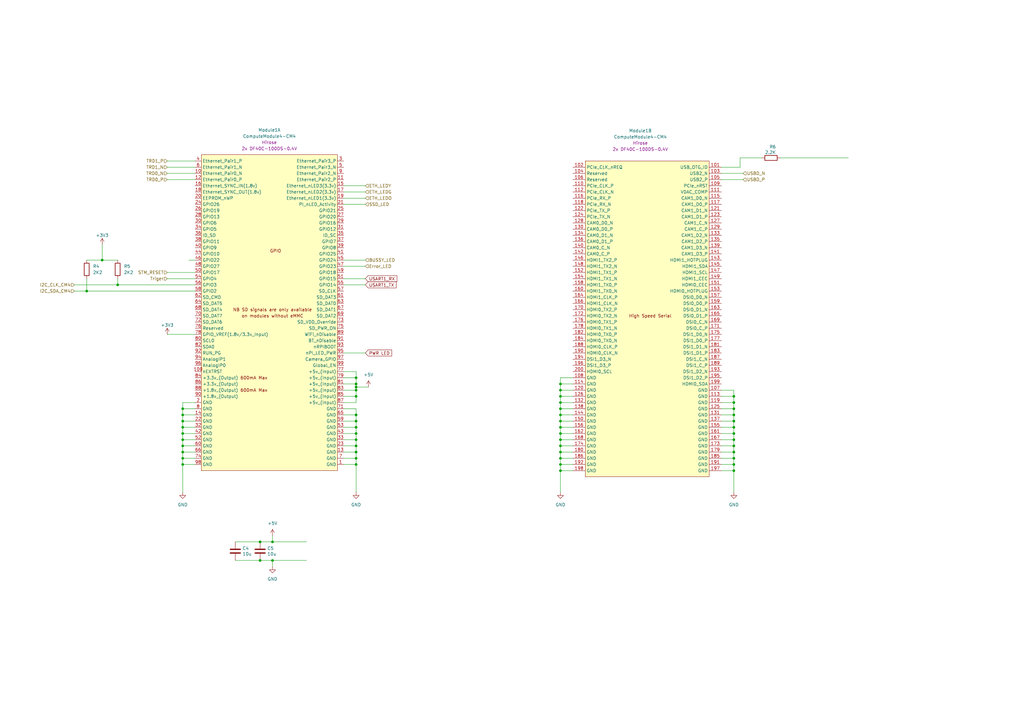
<source format=kicad_sch>
(kicad_sch (version 20250114) (generator "eeschema") (generator_version "9.0")
  (paper "A3")
  (lib_symbols
    (symbol "CM4IO:ComputeModule4-CM4"
      (property "Reference" "Module1" (at -2.54 68.58 0))
      (property "Value" "ComputeModule4-CM4" (at -2.54 66.04 0))
      (property "Field4" "Hirose" (at -2.54 63.5 0))
      (property "Field5" "2x DF40C-100DS-0.4V" (at -2.54 60.96 0))
      (symbol "ComputeModule4-CM4_1_0"
        (text "GPIO" (at 0 19.05 0) (effects (font (size 1.27 1.27))))
      )
      (symbol "ComputeModule4-CM4_1_1"
        (rectangle (start -30.48 58.42) (end 25.4 -71.12) (fill (type background)))
        (text "600mA Max" (at -8.89 -33.02 0) (effects (font (size 1.27 1.27))))
        (text "600mA Max" (at -8.89 -38.1 0) (effects (font (size 1.27 1.27))))
        (text "NB SD signals are only available" (at -1.27 -5.08 0) (effects (font (size 1.27 1.27))))
        (text "on modules without eMMC" (at -1.27 -7.62 0) (effects (font (size 1.27 1.27))))
        (pin passive line (at -33.02 55.88 0) (length 2.54) (name "Ethernet_Pair1_P") (number "4"))
        (pin passive line (at -33.02 53.34 0) (length 2.54) (name "Ethernet_Pair1_N") (number "6"))
        (pin passive line (at -33.02 50.8 0) (length 2.54) (name "Ethernet_Pair0_N") (number "10"))
        (pin passive line (at -33.02 48.26 0) (length 2.54) (name "Ethernet_Pair0_P") (number "12"))
        (pin input line (at -33.02 45.72 0) (length 2.54) (name "Ethernet_SYNC_IN(1.8v)") (number "16"))
        (pin input line (at -33.02 43.18 0) (length 2.54) (name "Ethernet_SYNC_OUT(1.8v)") (number "18"))
        (pin passive line (at -33.02 40.64 0) (length 2.54) (name "EEPROM_nWP") (number "20"))
        (pin passive line (at -33.02 38.1 0) (length 2.54) (name "GPIO26") (number "24"))
        (pin passive line (at -33.02 35.56 0) (length 2.54) (name "GPIO19") (number "26"))
        (pin passive line (at -33.02 33.02 0) (length 2.54) (name "GPIO13") (number "28"))
        (pin passive line (at -33.02 30.48 0) (length 2.54) (name "GPIO6") (number "30"))
        (pin passive line (at -33.02 27.94 0) (length 2.54) (name "GPIO5") (number "34"))
        (pin passive line (at -33.02 25.4 0) (length 2.54) (name "ID_SD") (number "36"))
        (pin passive line (at -33.02 22.86 0) (length 2.54) (name "GPIO11") (number "38"))
        (pin passive line (at -33.02 20.32 0) (length 2.54) (name "GPIO9") (number "40"))
        (pin passive line (at -33.02 17.78 0) (length 2.54) (name "GPIO10") (number "44"))
        (pin passive line (at -33.02 15.24 0) (length 2.54) (name "GPIO22") (number "46"))
        (pin passive line (at -33.02 12.7 0) (length 2.54) (name "GPIO27") (number "48"))
        (pin passive line (at -33.02 10.16 0) (length 2.54) (name "GPIO17") (number "50"))
        (pin passive line (at -33.02 7.62 0) (length 2.54) (name "GPIO4") (number "54"))
        (pin passive line (at -33.02 5.08 0) (length 2.54) (name "GPIO3") (number "56"))
        (pin passive line (at -33.02 2.54 0) (length 2.54) (name "GPIO2") (number "58"))
        (pin passive line (at -33.02 0 0) (length 2.54) (name "SD_CMD") (number "62"))
        (pin passive line (at -33.02 -2.54 0) (length 2.54) (name "SD_DAT5") (number "64"))
        (pin passive line (at -33.02 -5.08 0) (length 2.54) (name "SD_DAT4") (number "68"))
        (pin passive line (at -33.02 -7.62 0) (length 2.54) (name "SD_DAT7") (number "70"))
        (pin passive line (at -33.02 -10.16 0) (length 2.54) (name "SD_DAT6") (number "72"))
        (pin passive line (at -33.02 -12.7 0) (length 2.54) (name "Reserved") (number "76"))
        (pin power_in line (at -33.02 -15.24 0) (length 2.54) (name "GPIO_VREF(1.8v/3.3v_Input)") (number "78"))
        (pin passive line (at -33.02 -17.78 0) (length 2.54) (name "SCL0") (number "80"))
        (pin passive line (at -33.02 -20.32 0) (length 2.54) (name "SDA0") (number "82"))
        (pin passive line (at -33.02 -22.86 0) (length 2.54) (name "RUN_PG") (number "92"))
        (pin passive line (at -33.02 -25.4 0) (length 2.54) (name "AnalogIP1") (number "94"))
        (pin passive line (at -33.02 -27.94 0) (length 2.54) (name "AnalogIP0") (number "96"))
        (pin output line (at -33.02 -30.48 0) (length 2.54) (name "nEXTRST") (number "100"))
        (pin power_out line (at -33.02 -33.02 0) (length 2.54) (name "+3.3v_(Output)") (number "84"))
        (pin power_out line (at -33.02 -35.56 0) (length 2.54) (name "+3.3v_(Output)") (number "86"))
        (pin power_out line (at -33.02 -38.1 0) (length 2.54) (name "+1.8v_(Output)") (number "88"))
        (pin power_out line (at -33.02 -40.64 0) (length 2.54) (name "+1.8v_(Output)") (number "90"))
        (pin power_in line (at -33.02 -43.18 0) (length 2.54) (name "GND") (number "2"))
        (pin power_in line (at -33.02 -45.72 0) (length 2.54) (name "GND") (number "8"))
        (pin power_in line (at -33.02 -48.26 0) (length 2.54) (name "GND") (number "14"))
        (pin power_in line (at -33.02 -50.8 0) (length 2.54) (name "GND") (number "22"))
        (pin power_in line (at -33.02 -53.34 0) (length 2.54) (name "GND") (number "32"))
        (pin power_in line (at -33.02 -55.88 0) (length 2.54) (name "GND") (number "42"))
        (pin power_in line (at -33.02 -58.42 0) (length 2.54) (name "GND") (number "52"))
        (pin power_in line (at -33.02 -60.96 0) (length 2.54) (name "GND") (number "60"))
        (pin power_in line (at -33.02 -63.5 0) (length 2.54) (name "GND") (number "66"))
        (pin power_in line (at -33.02 -66.04 0) (length 2.54) (name "GND") (number "74"))
        (pin power_in line (at -33.02 -68.58 0) (length 2.54) (name "GND") (number "98"))
        (pin passive line (at 27.94 55.88 180) (length 2.54) (name "Ethernet_Pair3_P") (number "3"))
        (pin passive line (at 27.94 53.34 180) (length 2.54) (name "Ethernet_Pair3_N") (number "5"))
        (pin passive line (at 27.94 50.8 180) (length 2.54) (name "Ethernet_Pair2_N") (number "9"))
        (pin passive line (at 27.94 48.26 180) (length 2.54) (name "Ethernet_Pair2_P") (number "11"))
        (pin output line (at 27.94 45.72 180) (length 2.54) (name "Ethernet_nLED3(3.3v)") (number "15"))
        (pin output line (at 27.94 43.18 180) (length 2.54) (name "Ethernet_nLED2(3.3v)") (number "17"))
        (pin output line (at 27.94 40.64 180) (length 2.54) (name "Ethernet_nLED1(3.3v)") (number "19"))
        (pin open_collector line (at 27.94 38.1 180) (length 2.54) (name "PI_nLED_Activity") (number "21"))
        (pin passive line (at 27.94 35.56 180) (length 2.54) (name "GPIO21") (number "25"))
        (pin passive line (at 27.94 33.02 180) (length 2.54) (name "GPIO20") (number "27"))
        (pin passive line (at 27.94 30.48 180) (length 2.54) (name "GPIO16") (number "29"))
        (pin passive line (at 27.94 27.94 180) (length 2.54) (name "GPIO12") (number "31"))
        (pin passive line (at 27.94 25.4 180) (length 2.54) (name "ID_SC") (number "35"))
        (pin passive line (at 27.94 22.86 180) (length 2.54) (name "GPIO7") (number "37"))
        (pin passive line (at 27.94 20.32 180) (length 2.54) (name "GPIO8") (number "39"))
        (pin passive line (at 27.94 17.78 180) (length 2.54) (name "GPIO25") (number "41"))
        (pin passive line (at 27.94 15.24 180) (length 2.54) (name "GPIO24") (number "45"))
        (pin passive line (at 27.94 12.7 180) (length 2.54) (name "GPIO23") (number "47"))
        (pin passive line (at 27.94 10.16 180) (length 2.54) (name "GPIO18") (number "49"))
        (pin passive line (at 27.94 7.62 180) (length 2.54) (name "GPIO15") (number "51"))
        (pin passive line (at 27.94 5.08 180) (length 2.54) (name "GPIO14") (number "55"))
        (pin passive line (at 27.94 2.54 180) (length 2.54) (name "SD_CLK") (number "57"))
        (pin passive line (at 27.94 0 180) (length 2.54) (name "SD_DAT3") (number "61"))
        (pin passive line (at 27.94 -2.54 180) (length 2.54) (name "SD_DAT0") (number "63"))
        (pin passive line (at 27.94 -5.08 180) (length 2.54) (name "SD_DAT1") (number "67"))
        (pin passive line (at 27.94 -7.62 180) (length 2.54) (name "SD_DAT2") (number "69"))
        (pin input line (at 27.94 -10.16 180) (length 2.54) (name "SD_VDD_Override") (number "73"))
        (pin output line (at 27.94 -12.7 180) (length 2.54) (name "SD_PWR_ON") (number "75"))
        (pin power_in line (at 27.94 -15.24 180) (length 2.54) (name "WiFi_nDisable") (number "89"))
        (pin power_in line (at 27.94 -17.78 180) (length 2.54) (name "BT_nDisable") (number "91"))
        (pin input line (at 27.94 -20.32 180) (length 2.54) (name "nRPIBOOT") (number "93"))
        (pin output line (at 27.94 -22.86 180) (length 2.54) (name "nPI_LED_PWR") (number "95"))
        (pin passive line (at 27.94 -25.4 180) (length 2.54) (name "Camera_GPIO") (number "97"))
        (pin input line (at 27.94 -27.94 180) (length 2.54) (name "Global_EN") (number "99"))
        (pin power_in line (at 27.94 -30.48 180) (length 2.54) (name "+5v_(Input)") (number "77"))
        (pin power_in line (at 27.94 -33.02 180) (length 2.54) (name "+5v_(Input)") (number "79"))
        (pin power_in line (at 27.94 -35.56 180) (length 2.54) (name "+5v_(Input)") (number "81"))
        (pin power_in line (at 27.94 -38.1 180) (length 2.54) (name "+5v_(Input)") (number "83"))
        (pin power_in line (at 27.94 -40.64 180) (length 2.54) (name "+5v_(Input)") (number "85"))
        (pin power_in line (at 27.94 -43.18 180) (length 2.54) (name "+5v_(Input)") (number "87"))
        (pin power_in line (at 27.94 -45.72 180) (length 2.54) (name "GND") (number "71"))
        (pin power_in line (at 27.94 -48.26 180) (length 2.54) (name "GND") (number "65"))
        (pin power_in line (at 27.94 -50.8 180) (length 2.54) (name "GND") (number "59"))
        (pin power_in line (at 27.94 -53.34 180) (length 2.54) (name "GND") (number "53"))
        (pin power_in line (at 27.94 -55.88 180) (length 2.54) (name "GND") (number "43"))
        (pin power_in line (at 27.94 -58.42 180) (length 2.54) (name "GND") (number "33"))
        (pin power_in line (at 27.94 -60.96 180) (length 2.54) (name "GND") (number "23"))
        (pin power_in line (at 27.94 -63.5 180) (length 2.54) (name "GND") (number "13"))
        (pin power_in line (at 27.94 -66.04 180) (length 2.54) (name "GND") (number "7"))
        (pin power_in line (at 27.94 -68.58 180) (length 2.54) (name "GND") (number "1"))
      )
      (symbol "ComputeModule4-CM4_2_1"
        (rectangle (start 114.3 63.5) (end 165.1 -66.04) (fill (type background)))
        (text "High Speed Serial" (at 140.97 0 0) (effects (font (size 1.27 1.27))))
        (pin input line (at 109.22 60.96 0) (length 5.08) (name "PCIe_CLK_nREQ") (number "102"))
        (pin passive line (at 109.22 58.42 0) (length 5.08) (name "Reserved") (number "104"))
        (pin passive line (at 109.22 55.88 0) (length 5.08) (name "Reserved") (number "106"))
        (pin output line (at 109.22 53.34 0) (length 5.08) (name "PCIe_CLK_P") (number "110"))
        (pin output line (at 109.22 50.8 0) (length 5.08) (name "PCIe_CLK_N") (number "112"))
        (pin input line (at 109.22 48.26 0) (length 5.08) (name "PCIe_RX_P") (number "116"))
        (pin input line (at 109.22 45.72 0) (length 5.08) (name "PCIe_RX_N") (number "118"))
        (pin output line (at 109.22 43.18 0) (length 5.08) (name "PCIe_TX_P") (number "122"))
        (pin output line (at 109.22 40.64 0) (length 5.08) (name "PCIe_TX_N") (number "124"))
        (pin input line (at 109.22 38.1 0) (length 5.08) (name "CAM0_D0_N") (number "128"))
        (pin input line (at 109.22 35.56 0) (length 5.08) (name "CAM0_D0_P") (number "130"))
        (pin input line (at 109.22 33.02 0) (length 5.08) (name "CAM0_D1_N") (number "134"))
        (pin input line (at 109.22 30.48 0) (length 5.08) (name "CAM0_D1_P") (number "136"))
        (pin input line (at 109.22 27.94 0) (length 5.08) (name "CAM0_C_N") (number "140"))
        (pin input line (at 109.22 25.4 0) (length 5.08) (name "CAM0_C_P") (number "142"))
        (pin output line (at 109.22 22.86 0) (length 5.08) (name "HDMI1_TX2_P") (number "146"))
        (pin output line (at 109.22 20.32 0) (length 5.08) (name "HDMI1_TX2_N") (number "148"))
        (pin output line (at 109.22 17.78 0) (length 5.08) (name "HDMI1_TX1_P") (number "152"))
        (pin output line (at 109.22 15.24 0) (length 5.08) (name "HDMI1_TX1_N") (number "154"))
        (pin output line (at 109.22 12.7 0) (length 5.08) (name "HDMI1_TX0_P") (number "158"))
        (pin output line (at 109.22 10.16 0) (length 5.08) (name "HDMI1_TX0_N") (number "160"))
        (pin output line (at 109.22 7.62 0) (length 5.08) (name "HDMI1_CLK_P") (number "164"))
        (pin output line (at 109.22 5.08 0) (length 5.08) (name "HDMI1_CLK_N") (number "166"))
        (pin output line (at 109.22 2.54 0) (length 5.08) (name "HDMI0_TX2_P") (number "170"))
        (pin output line (at 109.22 0 0) (length 5.08) (name "HDMI0_TX2_N") (number "172"))
        (pin output line (at 109.22 -2.54 0) (length 5.08) (name "HDMI0_TX1_P") (number "176"))
        (pin output line (at 109.22 -5.08 0) (length 5.08) (name "HDMI0_TX1_N") (number "178"))
        (pin output line (at 109.22 -7.62 0) (length 5.08) (name "HDMI0_TX0_P") (number "182"))
        (pin output line (at 109.22 -10.16 0) (length 5.08) (name "HDMI0_TX0_N") (number "184"))
        (pin output line (at 109.22 -12.7 0) (length 5.08) (name "HDMI0_CLK_P") (number "188"))
        (pin output line (at 109.22 -15.24 0) (length 5.08) (name "HDMI0_CLK_N") (number "190"))
        (pin output line (at 109.22 -17.78 0) (length 5.08) (name "DSI1_D3_N") (number "194"))
        (pin output line (at 109.22 -20.32 0) (length 5.08) (name "DSI1_D3_P") (number "196"))
        (pin open_collector line (at 109.22 -22.86 0) (length 5.08) (name "HDMI0_SCL") (number "200"))
        (pin power_in line (at 109.22 -25.4 0) (length 5.08) (name "GND") (number "108"))
        (pin power_in line (at 109.22 -27.94 0) (length 5.08) (name "GND") (number "114"))
        (pin power_in line (at 109.22 -30.48 0) (length 5.08) (name "GND") (number "120"))
        (pin power_in line (at 109.22 -33.02 0) (length 5.08) (name "GND") (number "126"))
        (pin power_in line (at 109.22 -35.56 0) (length 5.08) (name "GND") (number "132"))
        (pin power_in line (at 109.22 -38.1 0) (length 5.08) (name "GND") (number "138"))
        (pin power_in line (at 109.22 -40.64 0) (length 5.08) (name "GND") (number "144"))
        (pin power_in line (at 109.22 -43.18 0) (length 5.08) (name "GND") (number "150"))
        (pin power_in line (at 109.22 -45.72 0) (length 5.08) (name "GND") (number "156"))
        (pin power_in line (at 109.22 -48.26 0) (length 5.08) (name "GND") (number "162"))
        (pin power_in line (at 109.22 -50.8 0) (length 5.08) (name "GND") (number "168"))
        (pin power_in line (at 109.22 -53.34 0) (length 5.08) (name "GND") (number "174"))
        (pin power_in line (at 109.22 -55.88 0) (length 5.08) (name "GND") (number "180"))
        (pin power_in line (at 109.22 -58.42 0) (length 5.08) (name "GND") (number "186"))
        (pin power_in line (at 109.22 -60.96 0) (length 5.08) (name "GND") (number "192"))
        (pin power_in line (at 109.22 -63.5 0) (length 5.08) (name "GND") (number "198"))
        (pin input line (at 170.18 60.96 180) (length 5.08) (name "USB_OTG_ID") (number "101"))
        (pin passive line (at 170.18 58.42 180) (length 5.08) (name "USB2_N") (number "103"))
        (pin passive line (at 170.18 55.88 180) (length 5.08) (name "USB2_P") (number "105"))
        (pin bidirectional line (at 170.18 53.34 180) (length 5.08) (name "PCIe_nRST") (number "109"))
        (pin passive line (at 170.18 50.8 180) (length 5.08) (name "VDAC_COMP") (number "111"))
        (pin input line (at 170.18 48.26 180) (length 5.08) (name "CAM1_D0_N") (number "115"))
        (pin input line (at 170.18 45.72 180) (length 5.08) (name "CAM1_D0_P") (number "117"))
        (pin input line (at 170.18 43.18 180) (length 5.08) (name "CAM1_D1_N") (number "121"))
        (pin input line (at 170.18 40.64 180) (length 5.08) (name "CAM1_D1_P") (number "123"))
        (pin input line (at 170.18 38.1 180) (length 5.08) (name "CAM1_C_N") (number "127"))
        (pin input line (at 170.18 35.56 180) (length 5.08) (name "CAM1_C_P") (number "129"))
        (pin input line (at 170.18 33.02 180) (length 5.08) (name "CAM1_D2_N") (number "133"))
        (pin input line (at 170.18 30.48 180) (length 5.08) (name "CAM1_D2_P") (number "135"))
        (pin input line (at 170.18 27.94 180) (length 5.08) (name "CAM1_D3_N") (number "139"))
        (pin input line (at 170.18 25.4 180) (length 5.08) (name "CAM1_D3_P") (number "141"))
        (pin input line (at 170.18 22.86 180) (length 5.08) (name "HDMI1_HOTPLUG") (number "143"))
        (pin bidirectional line (at 170.18 20.32 180) (length 5.08) (name "HDMI1_SDA") (number "145"))
        (pin open_collector line (at 170.18 17.78 180) (length 5.08) (name "HDMI1_SCL") (number "147"))
        (pin open_collector line (at 170.18 15.24 180) (length 5.08) (name "HDMI1_CEC") (number "149"))
        (pin open_collector line (at 170.18 12.7 180) (length 5.08) (name "HDMI0_CEC") (number "151"))
        (pin input line (at 170.18 10.16 180) (length 5.08) (name "HDMI0_HOTPLUG") (number "153"))
        (pin output line (at 170.18 7.62 180) (length 5.08) (name "DSI0_D0_N") (number "157"))
        (pin output line (at 170.18 5.08 180) (length 5.08) (name "DSI0_D0_P") (number "159"))
        (pin output line (at 170.18 2.54 180) (length 5.08) (name "DSI0_D1_N") (number "163"))
        (pin output line (at 170.18 0 180) (length 5.08) (name "DSI0_D1_P") (number "165"))
        (pin output line (at 170.18 -2.54 180) (length 5.08) (name "DSI0_C_N") (number "169"))
        (pin output line (at 170.18 -5.08 180) (length 5.08) (name "DSI0_C_P") (number "171"))
        (pin output line (at 170.18 -7.62 180) (length 5.08) (name "DSI1_D0_N") (number "175"))
        (pin output line (at 170.18 -10.16 180) (length 5.08) (name "DSI1_D0_P") (number "177"))
        (pin output line (at 170.18 -12.7 180) (length 5.08) (name "DSI1_D1_N") (number "181"))
        (pin output line (at 170.18 -15.24 180) (length 5.08) (name "DSI1_D1_P") (number "183"))
        (pin output line (at 170.18 -17.78 180) (length 5.08) (name "DSI1_C_N") (number "187"))
        (pin output line (at 170.18 -20.32 180) (length 5.08) (name "DSI1_C_P") (number "189"))
        (pin output line (at 170.18 -22.86 180) (length 5.08) (name "DSI1_D2_N") (number "193"))
        (pin output line (at 170.18 -25.4 180) (length 5.08) (name "DSI1_D2_P") (number "195"))
        (pin bidirectional line (at 170.18 -27.94 180) (length 5.08) (name "HDMI0_SDA") (number "199"))
        (pin power_in line (at 170.18 -30.48 180) (length 5.08) (name "GND") (number "107"))
        (pin power_in line (at 170.18 -33.02 180) (length 5.08) (name "GND") (number "113"))
        (pin power_in line (at 170.18 -35.56 180) (length 5.08) (name "GND") (number "119"))
        (pin power_in line (at 170.18 -38.1 180) (length 5.08) (name "GND") (number "125"))
        (pin power_in line (at 170.18 -40.64 180) (length 5.08) (name "GND") (number "131"))
        (pin power_in line (at 170.18 -43.18 180) (length 5.08) (name "GND") (number "137"))
        (pin power_in line (at 170.18 -45.72 180) (length 5.08) (name "GND") (number "155"))
        (pin power_in line (at 170.18 -48.26 180) (length 5.08) (name "GND") (number "161"))
        (pin power_in line (at 170.18 -50.8 180) (length 5.08) (name "GND") (number "167"))
        (pin power_in line (at 170.18 -53.34 180) (length 5.08) (name "GND") (number "173"))
        (pin power_in line (at 170.18 -55.88 180) (length 5.08) (name "GND") (number "179"))
        (pin power_in line (at 170.18 -58.42 180) (length 5.08) (name "GND") (number "185"))
        (pin power_in line (at 170.18 -60.96 180) (length 5.08) (name "GND") (number "191"))
        (pin power_in line (at 170.18 -63.5 180) (length 5.08) (name "GND") (number "197"))
      )
    )
    (symbol "ComputeModule4-CM4_1"
      (property "Reference" "Module1" (at -2.54 68.58 0))
      (property "Value" "ComputeModule4-CM4" (at -2.54 66.04 0))
      (property "Field4" "Hirose" (at -2.54 63.5 0))
      (property "Field5" "2x DF40C-100DS-0.4V" (at -2.54 60.96 0))
      (symbol "ComputeModule4-CM4_1_1_0"
        (text "GPIO" (at 0 19.05 0) (effects (font (size 1.27 1.27))))
      )
      (symbol "ComputeModule4-CM4_1_1_1"
        (rectangle (start -30.48 58.42) (end 25.4 -71.12) (fill (type background)))
        (text "600mA Max" (at -8.89 -33.02 0) (effects (font (size 1.27 1.27))))
        (text "600mA Max" (at -8.89 -38.1 0) (effects (font (size 1.27 1.27))))
        (text "NB SD signals are only available" (at -1.27 -5.08 0) (effects (font (size 1.27 1.27))))
        (text "on modules without eMMC" (at -1.27 -7.62 0) (effects (font (size 1.27 1.27))))
        (pin passive line (at -33.02 55.88 0) (length 2.54) (name "Ethernet_Pair1_P") (number "4"))
        (pin passive line (at -33.02 53.34 0) (length 2.54) (name "Ethernet_Pair1_N") (number "6"))
        (pin passive line (at -33.02 50.8 0) (length 2.54) (name "Ethernet_Pair0_N") (number "10"))
        (pin passive line (at -33.02 48.26 0) (length 2.54) (name "Ethernet_Pair0_P") (number "12"))
        (pin input line (at -33.02 45.72 0) (length 2.54) (name "Ethernet_SYNC_IN(1.8v)") (number "16"))
        (pin input line (at -33.02 43.18 0) (length 2.54) (name "Ethernet_SYNC_OUT(1.8v)") (number "18"))
        (pin passive line (at -33.02 40.64 0) (length 2.54) (name "EEPROM_nWP") (number "20"))
        (pin passive line (at -33.02 38.1 0) (length 2.54) (name "GPIO26") (number "24"))
        (pin passive line (at -33.02 35.56 0) (length 2.54) (name "GPIO19") (number "26"))
        (pin passive line (at -33.02 33.02 0) (length 2.54) (name "GPIO13") (number "28"))
        (pin passive line (at -33.02 30.48 0) (length 2.54) (name "GPIO6") (number "30"))
        (pin passive line (at -33.02 27.94 0) (length 2.54) (name "GPIO5") (number "34"))
        (pin passive line (at -33.02 25.4 0) (length 2.54) (name "ID_SD") (number "36"))
        (pin passive line (at -33.02 22.86 0) (length 2.54) (name "GPIO11") (number "38"))
        (pin passive line (at -33.02 20.32 0) (length 2.54) (name "GPIO9") (number "40"))
        (pin passive line (at -33.02 17.78 0) (length 2.54) (name "GPIO10") (number "44"))
        (pin passive line (at -33.02 15.24 0) (length 2.54) (name "GPIO22") (number "46"))
        (pin passive line (at -33.02 12.7 0) (length 2.54) (name "GPIO27") (number "48"))
        (pin passive line (at -33.02 10.16 0) (length 2.54) (name "GPIO17") (number "50"))
        (pin passive line (at -33.02 7.62 0) (length 2.54) (name "GPIO4") (number "54"))
        (pin passive line (at -33.02 5.08 0) (length 2.54) (name "GPIO3") (number "56"))
        (pin passive line (at -33.02 2.54 0) (length 2.54) (name "GPIO2") (number "58"))
        (pin passive line (at -33.02 0 0) (length 2.54) (name "SD_CMD") (number "62"))
        (pin passive line (at -33.02 -2.54 0) (length 2.54) (name "SD_DAT5") (number "64"))
        (pin passive line (at -33.02 -5.08 0) (length 2.54) (name "SD_DAT4") (number "68"))
        (pin passive line (at -33.02 -7.62 0) (length 2.54) (name "SD_DAT7") (number "70"))
        (pin passive line (at -33.02 -10.16 0) (length 2.54) (name "SD_DAT6") (number "72"))
        (pin passive line (at -33.02 -12.7 0) (length 2.54) (name "Reserved") (number "76"))
        (pin power_in line (at -33.02 -15.24 0) (length 2.54) (name "GPIO_VREF(1.8v/3.3v_Input)") (number "78"))
        (pin passive line (at -33.02 -17.78 0) (length 2.54) (name "SCL0") (number "80"))
        (pin passive line (at -33.02 -20.32 0) (length 2.54) (name "SDA0") (number "82"))
        (pin passive line (at -33.02 -22.86 0) (length 2.54) (name "RUN_PG") (number "92"))
        (pin passive line (at -33.02 -25.4 0) (length 2.54) (name "AnalogIP1") (number "94"))
        (pin passive line (at -33.02 -27.94 0) (length 2.54) (name "AnalogIP0") (number "96"))
        (pin output line (at -33.02 -30.48 0) (length 2.54) (name "nEXTRST") (number "100"))
        (pin power_out line (at -33.02 -33.02 0) (length 2.54) (name "+3.3v_(Output)") (number "84"))
        (pin power_out line (at -33.02 -35.56 0) (length 2.54) (name "+3.3v_(Output)") (number "86"))
        (pin power_out line (at -33.02 -38.1 0) (length 2.54) (name "+1.8v_(Output)") (number "88"))
        (pin power_out line (at -33.02 -40.64 0) (length 2.54) (name "+1.8v_(Output)") (number "90"))
        (pin power_in line (at -33.02 -43.18 0) (length 2.54) (name "GND") (number "2"))
        (pin power_in line (at -33.02 -45.72 0) (length 2.54) (name "GND") (number "8"))
        (pin power_in line (at -33.02 -48.26 0) (length 2.54) (name "GND") (number "14"))
        (pin power_in line (at -33.02 -50.8 0) (length 2.54) (name "GND") (number "22"))
        (pin power_in line (at -33.02 -53.34 0) (length 2.54) (name "GND") (number "32"))
        (pin power_in line (at -33.02 -55.88 0) (length 2.54) (name "GND") (number "42"))
        (pin power_in line (at -33.02 -58.42 0) (length 2.54) (name "GND") (number "52"))
        (pin power_in line (at -33.02 -60.96 0) (length 2.54) (name "GND") (number "60"))
        (pin power_in line (at -33.02 -63.5 0) (length 2.54) (name "GND") (number "66"))
        (pin power_in line (at -33.02 -66.04 0) (length 2.54) (name "GND") (number "74"))
        (pin power_in line (at -33.02 -68.58 0) (length 2.54) (name "GND") (number "98"))
        (pin passive line (at 27.94 55.88 180) (length 2.54) (name "Ethernet_Pair3_P") (number "3"))
        (pin passive line (at 27.94 53.34 180) (length 2.54) (name "Ethernet_Pair3_N") (number "5"))
        (pin passive line (at 27.94 50.8 180) (length 2.54) (name "Ethernet_Pair2_N") (number "9"))
        (pin passive line (at 27.94 48.26 180) (length 2.54) (name "Ethernet_Pair2_P") (number "11"))
        (pin output line (at 27.94 45.72 180) (length 2.54) (name "Ethernet_nLED3(3.3v)") (number "15"))
        (pin output line (at 27.94 43.18 180) (length 2.54) (name "Ethernet_nLED2(3.3v)") (number "17"))
        (pin output line (at 27.94 40.64 180) (length 2.54) (name "Ethernet_nLED1(3.3v)") (number "19"))
        (pin open_collector line (at 27.94 38.1 180) (length 2.54) (name "PI_nLED_Activity") (number "21"))
        (pin passive line (at 27.94 35.56 180) (length 2.54) (name "GPIO21") (number "25"))
        (pin passive line (at 27.94 33.02 180) (length 2.54) (name "GPIO20") (number "27"))
        (pin passive line (at 27.94 30.48 180) (length 2.54) (name "GPIO16") (number "29"))
        (pin passive line (at 27.94 27.94 180) (length 2.54) (name "GPIO12") (number "31"))
        (pin passive line (at 27.94 25.4 180) (length 2.54) (name "ID_SC") (number "35"))
        (pin passive line (at 27.94 22.86 180) (length 2.54) (name "GPIO7") (number "37"))
        (pin passive line (at 27.94 20.32 180) (length 2.54) (name "GPIO8") (number "39"))
        (pin passive line (at 27.94 17.78 180) (length 2.54) (name "GPIO25") (number "41"))
        (pin passive line (at 27.94 15.24 180) (length 2.54) (name "GPIO24") (number "45"))
        (pin passive line (at 27.94 12.7 180) (length 2.54) (name "GPIO23") (number "47"))
        (pin passive line (at 27.94 10.16 180) (length 2.54) (name "GPIO18") (number "49"))
        (pin passive line (at 27.94 7.62 180) (length 2.54) (name "GPIO15") (number "51"))
        (pin passive line (at 27.94 5.08 180) (length 2.54) (name "GPIO14") (number "55"))
        (pin passive line (at 27.94 2.54 180) (length 2.54) (name "SD_CLK") (number "57"))
        (pin passive line (at 27.94 0 180) (length 2.54) (name "SD_DAT3") (number "61"))
        (pin passive line (at 27.94 -2.54 180) (length 2.54) (name "SD_DAT0") (number "63"))
        (pin passive line (at 27.94 -5.08 180) (length 2.54) (name "SD_DAT1") (number "67"))
        (pin passive line (at 27.94 -7.62 180) (length 2.54) (name "SD_DAT2") (number "69"))
        (pin input line (at 27.94 -10.16 180) (length 2.54) (name "SD_VDD_Override") (number "73"))
        (pin output line (at 27.94 -12.7 180) (length 2.54) (name "SD_PWR_ON") (number "75"))
        (pin power_in line (at 27.94 -15.24 180) (length 2.54) (name "WiFi_nDisable") (number "89"))
        (pin power_in line (at 27.94 -17.78 180) (length 2.54) (name "BT_nDisable") (number "91"))
        (pin input line (at 27.94 -20.32 180) (length 2.54) (name "nRPIBOOT") (number "93"))
        (pin output line (at 27.94 -22.86 180) (length 2.54) (name "nPI_LED_PWR") (number "95"))
        (pin passive line (at 27.94 -25.4 180) (length 2.54) (name "Camera_GPIO") (number "97"))
        (pin input line (at 27.94 -27.94 180) (length 2.54) (name "Global_EN") (number "99"))
        (pin power_in line (at 27.94 -30.48 180) (length 2.54) (name "+5v_(Input)") (number "77"))
        (pin power_in line (at 27.94 -33.02 180) (length 2.54) (name "+5v_(Input)") (number "79"))
        (pin power_in line (at 27.94 -35.56 180) (length 2.54) (name "+5v_(Input)") (number "81"))
        (pin power_in line (at 27.94 -38.1 180) (length 2.54) (name "+5v_(Input)") (number "83"))
        (pin power_in line (at 27.94 -40.64 180) (length 2.54) (name "+5v_(Input)") (number "85"))
        (pin power_in line (at 27.94 -43.18 180) (length 2.54) (name "+5v_(Input)") (number "87"))
        (pin power_in line (at 27.94 -45.72 180) (length 2.54) (name "GND") (number "71"))
        (pin power_in line (at 27.94 -48.26 180) (length 2.54) (name "GND") (number "65"))
        (pin power_in line (at 27.94 -50.8 180) (length 2.54) (name "GND") (number "59"))
        (pin power_in line (at 27.94 -53.34 180) (length 2.54) (name "GND") (number "53"))
        (pin power_in line (at 27.94 -55.88 180) (length 2.54) (name "GND") (number "43"))
        (pin power_in line (at 27.94 -58.42 180) (length 2.54) (name "GND") (number "33"))
        (pin power_in line (at 27.94 -60.96 180) (length 2.54) (name "GND") (number "23"))
        (pin power_in line (at 27.94 -63.5 180) (length 2.54) (name "GND") (number "13"))
        (pin power_in line (at 27.94 -66.04 180) (length 2.54) (name "GND") (number "7"))
        (pin power_in line (at 27.94 -68.58 180) (length 2.54) (name "GND") (number "1"))
      )
      (symbol "ComputeModule4-CM4_1_2_1"
        (rectangle (start 114.3 63.5) (end 165.1 -66.04) (fill (type background)))
        (text "High Speed Serial" (at 140.97 0 0) (effects (font (size 1.27 1.27))))
        (pin input line (at 109.22 60.96 0) (length 5.08) (name "PCIe_CLK_nREQ") (number "102"))
        (pin passive line (at 109.22 58.42 0) (length 5.08) (name "Reserved") (number "104"))
        (pin passive line (at 109.22 55.88 0) (length 5.08) (name "Reserved") (number "106"))
        (pin output line (at 109.22 53.34 0) (length 5.08) (name "PCIe_CLK_P") (number "110"))
        (pin output line (at 109.22 50.8 0) (length 5.08) (name "PCIe_CLK_N") (number "112"))
        (pin input line (at 109.22 48.26 0) (length 5.08) (name "PCIe_RX_P") (number "116"))
        (pin input line (at 109.22 45.72 0) (length 5.08) (name "PCIe_RX_N") (number "118"))
        (pin output line (at 109.22 43.18 0) (length 5.08) (name "PCIe_TX_P") (number "122"))
        (pin output line (at 109.22 40.64 0) (length 5.08) (name "PCIe_TX_N") (number "124"))
        (pin input line (at 109.22 38.1 0) (length 5.08) (name "CAM0_D0_N") (number "128"))
        (pin input line (at 109.22 35.56 0) (length 5.08) (name "CAM0_D0_P") (number "130"))
        (pin input line (at 109.22 33.02 0) (length 5.08) (name "CAM0_D1_N") (number "134"))
        (pin input line (at 109.22 30.48 0) (length 5.08) (name "CAM0_D1_P") (number "136"))
        (pin input line (at 109.22 27.94 0) (length 5.08) (name "CAM0_C_N") (number "140"))
        (pin input line (at 109.22 25.4 0) (length 5.08) (name "CAM0_C_P") (number "142"))
        (pin output line (at 109.22 22.86 0) (length 5.08) (name "HDMI1_TX2_P") (number "146"))
        (pin output line (at 109.22 20.32 0) (length 5.08) (name "HDMI1_TX2_N") (number "148"))
        (pin output line (at 109.22 17.78 0) (length 5.08) (name "HDMI1_TX1_P") (number "152"))
        (pin output line (at 109.22 15.24 0) (length 5.08) (name "HDMI1_TX1_N") (number "154"))
        (pin output line (at 109.22 12.7 0) (length 5.08) (name "HDMI1_TX0_P") (number "158"))
        (pin output line (at 109.22 10.16 0) (length 5.08) (name "HDMI1_TX0_N") (number "160"))
        (pin output line (at 109.22 7.62 0) (length 5.08) (name "HDMI1_CLK_P") (number "164"))
        (pin output line (at 109.22 5.08 0) (length 5.08) (name "HDMI1_CLK_N") (number "166"))
        (pin output line (at 109.22 2.54 0) (length 5.08) (name "HDMI0_TX2_P") (number "170"))
        (pin output line (at 109.22 0 0) (length 5.08) (name "HDMI0_TX2_N") (number "172"))
        (pin output line (at 109.22 -2.54 0) (length 5.08) (name "HDMI0_TX1_P") (number "176"))
        (pin output line (at 109.22 -5.08 0) (length 5.08) (name "HDMI0_TX1_N") (number "178"))
        (pin output line (at 109.22 -7.62 0) (length 5.08) (name "HDMI0_TX0_P") (number "182"))
        (pin output line (at 109.22 -10.16 0) (length 5.08) (name "HDMI0_TX0_N") (number "184"))
        (pin output line (at 109.22 -12.7 0) (length 5.08) (name "HDMI0_CLK_P") (number "188"))
        (pin output line (at 109.22 -15.24 0) (length 5.08) (name "HDMI0_CLK_N") (number "190"))
        (pin output line (at 109.22 -17.78 0) (length 5.08) (name "DSI1_D3_N") (number "194"))
        (pin output line (at 109.22 -20.32 0) (length 5.08) (name "DSI1_D3_P") (number "196"))
        (pin open_collector line (at 109.22 -22.86 0) (length 5.08) (name "HDMI0_SCL") (number "200"))
        (pin power_in line (at 109.22 -25.4 0) (length 5.08) (name "GND") (number "108"))
        (pin power_in line (at 109.22 -27.94 0) (length 5.08) (name "GND") (number "114"))
        (pin power_in line (at 109.22 -30.48 0) (length 5.08) (name "GND") (number "120"))
        (pin power_in line (at 109.22 -33.02 0) (length 5.08) (name "GND") (number "126"))
        (pin power_in line (at 109.22 -35.56 0) (length 5.08) (name "GND") (number "132"))
        (pin power_in line (at 109.22 -38.1 0) (length 5.08) (name "GND") (number "138"))
        (pin power_in line (at 109.22 -40.64 0) (length 5.08) (name "GND") (number "144"))
        (pin power_in line (at 109.22 -43.18 0) (length 5.08) (name "GND") (number "150"))
        (pin power_in line (at 109.22 -45.72 0) (length 5.08) (name "GND") (number "156"))
        (pin power_in line (at 109.22 -48.26 0) (length 5.08) (name "GND") (number "162"))
        (pin power_in line (at 109.22 -50.8 0) (length 5.08) (name "GND") (number "168"))
        (pin power_in line (at 109.22 -53.34 0) (length 5.08) (name "GND") (number "174"))
        (pin power_in line (at 109.22 -55.88 0) (length 5.08) (name "GND") (number "180"))
        (pin power_in line (at 109.22 -58.42 0) (length 5.08) (name "GND") (number "186"))
        (pin power_in line (at 109.22 -60.96 0) (length 5.08) (name "GND") (number "192"))
        (pin power_in line (at 109.22 -63.5 0) (length 5.08) (name "GND") (number "198"))
        (pin input line (at 170.18 60.96 180) (length 5.08) (name "USB_OTG_ID") (number "101"))
        (pin passive line (at 170.18 58.42 180) (length 5.08) (name "USB2_N") (number "103"))
        (pin passive line (at 170.18 55.88 180) (length 5.08) (name "USB2_P") (number "105"))
        (pin bidirectional line (at 170.18 53.34 180) (length 5.08) (name "PCIe_nRST") (number "109"))
        (pin passive line (at 170.18 50.8 180) (length 5.08) (name "VDAC_COMP") (number "111"))
        (pin input line (at 170.18 48.26 180) (length 5.08) (name "CAM1_D0_N") (number "115"))
        (pin input line (at 170.18 45.72 180) (length 5.08) (name "CAM1_D0_P") (number "117"))
        (pin input line (at 170.18 43.18 180) (length 5.08) (name "CAM1_D1_N") (number "121"))
        (pin input line (at 170.18 40.64 180) (length 5.08) (name "CAM1_D1_P") (number "123"))
        (pin input line (at 170.18 38.1 180) (length 5.08) (name "CAM1_C_N") (number "127"))
        (pin input line (at 170.18 35.56 180) (length 5.08) (name "CAM1_C_P") (number "129"))
        (pin input line (at 170.18 33.02 180) (length 5.08) (name "CAM1_D2_N") (number "133"))
        (pin input line (at 170.18 30.48 180) (length 5.08) (name "CAM1_D2_P") (number "135"))
        (pin input line (at 170.18 27.94 180) (length 5.08) (name "CAM1_D3_N") (number "139"))
        (pin input line (at 170.18 25.4 180) (length 5.08) (name "CAM1_D3_P") (number "141"))
        (pin input line (at 170.18 22.86 180) (length 5.08) (name "HDMI1_HOTPLUG") (number "143"))
        (pin bidirectional line (at 170.18 20.32 180) (length 5.08) (name "HDMI1_SDA") (number "145"))
        (pin open_collector line (at 170.18 17.78 180) (length 5.08) (name "HDMI1_SCL") (number "147"))
        (pin open_collector line (at 170.18 15.24 180) (length 5.08) (name "HDMI1_CEC") (number "149"))
        (pin open_collector line (at 170.18 12.7 180) (length 5.08) (name "HDMI0_CEC") (number "151"))
        (pin input line (at 170.18 10.16 180) (length 5.08) (name "HDMI0_HOTPLUG") (number "153"))
        (pin output line (at 170.18 7.62 180) (length 5.08) (name "DSI0_D0_N") (number "157"))
        (pin output line (at 170.18 5.08 180) (length 5.08) (name "DSI0_D0_P") (number "159"))
        (pin output line (at 170.18 2.54 180) (length 5.08) (name "DSI0_D1_N") (number "163"))
        (pin output line (at 170.18 0 180) (length 5.08) (name "DSI0_D1_P") (number "165"))
        (pin output line (at 170.18 -2.54 180) (length 5.08) (name "DSI0_C_N") (number "169"))
        (pin output line (at 170.18 -5.08 180) (length 5.08) (name "DSI0_C_P") (number "171"))
        (pin output line (at 170.18 -7.62 180) (length 5.08) (name "DSI1_D0_N") (number "175"))
        (pin output line (at 170.18 -10.16 180) (length 5.08) (name "DSI1_D0_P") (number "177"))
        (pin output line (at 170.18 -12.7 180) (length 5.08) (name "DSI1_D1_N") (number "181"))
        (pin output line (at 170.18 -15.24 180) (length 5.08) (name "DSI1_D1_P") (number "183"))
        (pin output line (at 170.18 -17.78 180) (length 5.08) (name "DSI1_C_N") (number "187"))
        (pin output line (at 170.18 -20.32 180) (length 5.08) (name "DSI1_C_P") (number "189"))
        (pin output line (at 170.18 -22.86 180) (length 5.08) (name "DSI1_D2_N") (number "193"))
        (pin output line (at 170.18 -25.4 180) (length 5.08) (name "DSI1_D2_P") (number "195"))
        (pin bidirectional line (at 170.18 -27.94 180) (length 5.08) (name "HDMI0_SDA") (number "199"))
        (pin power_in line (at 170.18 -30.48 180) (length 5.08) (name "GND") (number "107"))
        (pin power_in line (at 170.18 -33.02 180) (length 5.08) (name "GND") (number "113"))
        (pin power_in line (at 170.18 -35.56 180) (length 5.08) (name "GND") (number "119"))
        (pin power_in line (at 170.18 -38.1 180) (length 5.08) (name "GND") (number "125"))
        (pin power_in line (at 170.18 -40.64 180) (length 5.08) (name "GND") (number "131"))
        (pin power_in line (at 170.18 -43.18 180) (length 5.08) (name "GND") (number "137"))
        (pin power_in line (at 170.18 -45.72 180) (length 5.08) (name "GND") (number "155"))
        (pin power_in line (at 170.18 -48.26 180) (length 5.08) (name "GND") (number "161"))
        (pin power_in line (at 170.18 -50.8 180) (length 5.08) (name "GND") (number "167"))
        (pin power_in line (at 170.18 -53.34 180) (length 5.08) (name "GND") (number "173"))
        (pin power_in line (at 170.18 -55.88 180) (length 5.08) (name "GND") (number "179"))
        (pin power_in line (at 170.18 -58.42 180) (length 5.08) (name "GND") (number "185"))
        (pin power_in line (at 170.18 -60.96 180) (length 5.08) (name "GND") (number "191"))
        (pin power_in line (at 170.18 -63.5 180) (length 5.08) (name "GND") (number "197"))
      )
    )
    (symbol "Device:C" (pin_numbers (hide yes)) (pin_names (offset 0.254))
      (property "Reference" "C" (at 0.635 2.54 0))
      (property "Value" "C" (at 0.635 -2.54 0))
      (symbol "C_0_1"
        (polyline (pts (xy -2.032 0.762) (xy 2.032 0.762)) (stroke (width 0.508)))
        (polyline (pts (xy -2.032 -0.762) (xy 2.032 -0.762)) (stroke (width 0.508)))
      )
      (symbol "C_1_1"
        (pin passive line (at 0 3.81 270) (length 2.794) (name "~") (number "1"))
        (pin passive line (at 0 -3.81 90) (length 2.794) (name "~") (number "2"))
      )
    )
    (symbol "Device:R" (pin_numbers (hide yes)) (pin_names (offset 0))
      (property "Reference" "R" (at 2.032 0 90))
      (property "Value" "R" (at 0 0 90))
      (symbol "R_0_1"
        (rectangle (start -1.016 -2.54) (end 1.016 2.54) (stroke (width 0.254)))
      )
      (symbol "R_1_1"
        (pin passive line (at 0 3.81 270) (length 1.27) (name "~") (number "1"))
        (pin passive line (at 0 -3.81 90) (length 1.27) (name "~") (number "2"))
      )
    )
    (symbol "STM32F4_REV2-rescue:+3.3V-power" (power) (pin_names (offset 0))
      (property "Value" "+3.3V-power" (at 0 3.556 0))
      (symbol "+3.3V-power_0_1"
        (polyline (pts (xy -0.762 1.27) (xy 0 2.54)))
        (polyline (pts (xy 0 2.54) (xy 0.762 1.27)))
        (polyline (pts (xy 0 0) (xy 0 2.54)))
      )
      (symbol "+3.3V-power_1_1"
        (pin power_in line (at 0 0 90) (length 0) (hide yes) (name "+3V3") (number "1"))
      )
    )
    (symbol "power:+5V" (power) (pin_names (offset 0))
      (property "Value" "+5V" (at 0 3.556 0))
      (symbol "+5V_0_1"
        (polyline (pts (xy -0.762 1.27) (xy 0 2.54)))
        (polyline (pts (xy 0 2.54) (xy 0.762 1.27)))
        (polyline (pts (xy 0 0) (xy 0 2.54)))
      )
      (symbol "+5V_1_1"
        (pin power_in line (at 0 0 90) (length 0) (hide yes) (name "+5V") (number "1"))
      )
    )
    (symbol "power:GND" (power) (pin_names (offset 0))
      (property "Value" "GND" (at 0 -3.81 0))
      (symbol "GND_0_1"
        (polyline (pts (xy 0 0) (xy 0 -1.27) (xy 1.27 -1.27) (xy 0 -2.54) (xy -1.27 -1.27) (xy 0 -1.27)))
      )
      (symbol "GND_1_1"
        (pin power_in line (at 0 0 270) (length 0) (hide yes) (name "GND") (number "1"))
      )
    )
  )
  (junction (at 35.56 119.38))
  (junction (at 146.05 170.18))
  (junction (at 146.05 162.56))
  (junction (at 74.93 182.88))
  (junction (at 300.99 165.1))
  (junction (at 74.93 190.5))
  (junction (at 300.99 190.5))
  (junction (at 229.87 175.26))
  (junction (at 229.87 157.48))
  (junction (at 146.05 157.48))
  (junction (at 229.87 193.04))
  (junction (at 74.93 177.8))
  (junction (at 229.87 190.5))
  (junction (at 300.99 182.88))
  (junction (at 111.76 222.25))
  (junction (at 229.87 165.1))
  (junction (at 229.87 185.42))
  (junction (at 146.05 182.88))
  (junction (at 74.93 170.18))
  (junction (at 41.91 106.68))
  (junction (at 300.99 162.56))
  (junction (at 106.68 222.25))
  (junction (at 146.05 190.5))
  (junction (at 229.87 177.8))
  (junction (at 300.99 193.04))
  (junction (at 229.87 180.34))
  (junction (at 300.99 167.64))
  (junction (at 74.93 180.34))
  (junction (at 300.99 187.96))
  (junction (at 146.05 177.8))
  (junction (at 74.93 172.72))
  (junction (at 229.87 160.02))
  (junction (at 48.26 116.84))
  (junction (at 229.87 170.18))
  (junction (at 229.87 182.88))
  (junction (at 146.05 160.02))
  (junction (at 229.87 167.64))
  (junction (at 74.93 187.96))
  (junction (at 74.93 175.26))
  (junction (at 106.68 229.87))
  (junction (at 229.87 187.96))
  (junction (at 111.76 229.87))
  (junction (at 146.05 172.72))
  (junction (at 146.05 185.42))
  (junction (at 300.99 185.42))
  (junction (at 300.99 175.26))
  (junction (at 146.05 187.96))
  (junction (at 300.99 172.72))
  (junction (at 74.93 167.64))
  (junction (at 300.99 177.8))
  (junction (at 146.05 180.34))
  (junction (at 300.99 170.18))
  (junction (at 74.93 185.42))
  (junction (at 146.05 158.75))
  (junction (at 229.87 162.56))
  (junction (at 229.87 172.72))
  (junction (at 146.05 175.26))
  (junction (at 146.05 154.94))
  (junction (at 300.99 180.34))
  (wire (pts (xy 295.91 160.02) (xy 300.99 160.02)))
  (wire (pts (xy 74.93 177.8) (xy 80.01 177.8)))
  (wire (pts (xy 300.99 190.5) (xy 300.99 193.04)))
  (wire (pts (xy 146.05 172.72) (xy 146.05 175.26)))
  (wire (pts (xy 140.97 152.4) (xy 146.05 152.4)))
  (wire (pts (xy 300.99 167.64) (xy 300.99 170.18)))
  (wire (pts (xy 68.58 114.3) (xy 80.01 114.3)))
  (wire (pts (xy 146.05 185.42) (xy 140.97 185.42)))
  (wire (pts (xy 146.05 172.72) (xy 140.97 172.72)))
  (wire (pts (xy 300.99 180.34) (xy 295.91 180.34)))
  (wire (pts (xy 74.93 172.72) (xy 74.93 175.26)))
  (wire (pts (xy 140.97 154.94) (xy 146.05 154.94)))
  (wire (pts (xy 68.58 111.76) (xy 80.01 111.76)))
  (wire (pts (xy 146.05 180.34) (xy 140.97 180.34)))
  (wire (pts (xy 229.87 165.1) (xy 234.95 165.1)))
  (wire (pts (xy 149.86 144.78) (xy 140.97 144.78)))
  (wire (pts (xy 300.99 165.1) (xy 300.99 167.64)))
  (wire (pts (xy 229.87 170.18) (xy 229.87 172.72)))
  (wire (pts (xy 74.93 180.34) (xy 74.93 182.88)))
  (wire (pts (xy 229.87 162.56) (xy 229.87 165.1)))
  (wire (pts (xy 229.87 165.1) (xy 229.87 167.64)))
  (wire (pts (xy 74.93 172.72) (xy 80.01 172.72)))
  (wire (pts (xy 312.42 64.77) (xy 303.53 64.77)))
  (wire (pts (xy 146.05 158.75) (xy 146.05 160.02)))
  (wire (pts (xy 146.05 185.42) (xy 146.05 187.96)))
  (wire (pts (xy 146.05 177.8) (xy 146.05 180.34)))
  (wire (pts (xy 146.05 167.64) (xy 140.97 167.64)))
  (wire (pts (xy 229.87 193.04) (xy 234.95 193.04)))
  (wire (pts (xy 30.48 116.84) (xy 48.26 116.84)))
  (wire (pts (xy 303.53 64.77) (xy 303.53 68.58)))
  (wire (pts (xy 229.87 167.64) (xy 229.87 170.18)))
  (wire (pts (xy 74.93 190.5) (xy 80.01 190.5)))
  (wire (pts (xy 146.05 154.94) (xy 146.05 157.48)))
  (wire (pts (xy 303.53 68.58) (xy 295.91 68.58)))
  (wire (pts (xy 74.93 175.26) (xy 74.93 177.8)))
  (wire (pts (xy 295.91 73.66) (xy 304.8 73.66)))
  (wire (pts (xy 48.26 114.3) (xy 48.26 116.84)))
  (wire (pts (xy 300.99 172.72) (xy 300.99 175.26)))
  (wire (pts (xy 146.05 167.64) (xy 146.05 170.18)))
  (wire (pts (xy 111.76 222.25) (xy 125.73 222.25)))
  (wire (pts (xy 146.05 170.18) (xy 146.05 172.72)))
  (wire (pts (xy 229.87 193.04) (xy 229.87 201.93)))
  (wire (pts (xy 300.99 160.02) (xy 300.99 162.56)))
  (wire (pts (xy 295.91 165.1) (xy 300.99 165.1)))
  (wire (pts (xy 68.58 68.58) (xy 80.01 68.58)))
  (wire (pts (xy 229.87 172.72) (xy 229.87 175.26)))
  (wire (pts (xy 229.87 177.8) (xy 234.95 177.8)))
  (wire (pts (xy 146.05 175.26) (xy 140.97 175.26)))
  (wire (pts (xy 146.05 157.48) (xy 146.05 158.75)))
  (wire (pts (xy 140.97 160.02) (xy 146.05 160.02)))
  (wire (pts (xy 234.95 154.94) (xy 229.87 154.94)))
  (wire (pts (xy 146.05 160.02) (xy 146.05 162.56)))
  (wire (pts (xy 146.05 177.8) (xy 140.97 177.8)))
  (wire (pts (xy 74.93 167.64) (xy 74.93 170.18)))
  (wire (pts (xy 68.58 71.12) (xy 80.01 71.12)))
  (wire (pts (xy 300.99 185.42) (xy 295.91 185.42)))
  (wire (pts (xy 229.87 157.48) (xy 229.87 160.02)))
  (wire (pts (xy 229.87 187.96) (xy 229.87 190.5)))
  (wire (pts (xy 229.87 190.5) (xy 229.87 193.04)))
  (wire (pts (xy 48.26 116.84) (xy 80.01 116.84)))
  (wire (pts (xy 74.93 175.26) (xy 80.01 175.26)))
  (wire (pts (xy 229.87 182.88) (xy 234.95 182.88)))
  (wire (pts (xy 300.99 193.04) (xy 300.99 201.93)))
  (wire (pts (xy 229.87 177.8) (xy 229.87 180.34)))
  (wire (pts (xy 300.99 177.8) (xy 295.91 177.8)))
  (wire (pts (xy 149.86 109.22) (xy 140.97 109.22)))
  (wire (pts (xy 300.99 170.18) (xy 295.91 170.18)))
  (wire (pts (xy 111.76 229.87) (xy 111.76 232.41)))
  (wire (pts (xy 35.56 119.38) (xy 80.01 119.38)))
  (wire (pts (xy 229.87 172.72) (xy 234.95 172.72)))
  (wire (pts (xy 68.58 73.66) (xy 80.01 73.66)))
  (wire (pts (xy 146.05 182.88) (xy 146.05 185.42)))
  (wire (pts (xy 300.99 185.42) (xy 300.99 187.96)))
  (wire (pts (xy 300.99 162.56) (xy 300.99 165.1)))
  (wire (pts (xy 96.52 229.87) (xy 106.68 229.87)))
  (wire (pts (xy 149.86 76.2) (xy 140.97 76.2)))
  (wire (pts (xy 229.87 182.88) (xy 229.87 185.42)))
  (wire (pts (xy 74.93 182.88) (xy 74.93 185.42)))
  (wire (pts (xy 229.87 154.94) (xy 229.87 157.48)))
  (wire (pts (xy 300.99 175.26) (xy 300.99 177.8)))
  (wire (pts (xy 149.86 78.74) (xy 140.97 78.74)))
  (wire (pts (xy 80.01 165.1) (xy 74.93 165.1)))
  (wire (pts (xy 295.91 193.04) (xy 300.99 193.04)))
  (wire (pts (xy 300.99 177.8) (xy 300.99 180.34)))
  (wire (pts (xy 35.56 106.68) (xy 41.91 106.68)))
  (wire (pts (xy 74.93 182.88) (xy 80.01 182.88)))
  (wire (pts (xy 146.05 180.34) (xy 146.05 182.88)))
  (wire (pts (xy 74.93 177.8) (xy 74.93 180.34)))
  (wire (pts (xy 140.97 157.48) (xy 146.05 157.48)))
  (wire (pts (xy 111.76 229.87) (xy 125.73 229.87)))
  (wire (pts (xy 146.05 187.96) (xy 140.97 187.96)))
  (wire (pts (xy 146.05 187.96) (xy 146.05 190.5)))
  (wire (pts (xy 74.93 180.34) (xy 80.01 180.34)))
  (wire (pts (xy 229.87 175.26) (xy 234.95 175.26)))
  (wire (pts (xy 146.05 190.5) (xy 140.97 190.5)))
  (wire (pts (xy 149.86 83.82) (xy 140.97 83.82)))
  (wire (pts (xy 300.99 175.26) (xy 295.91 175.26)))
  (wire (pts (xy 146.05 182.88) (xy 140.97 182.88)))
  (wire (pts (xy 74.93 187.96) (xy 74.93 190.5)))
  (wire (pts (xy 149.86 116.84) (xy 140.97 116.84)))
  (wire (pts (xy 106.68 229.87) (xy 111.76 229.87)))
  (wire (pts (xy 41.91 100.33) (xy 41.91 106.68)))
  (wire (pts (xy 106.68 222.25) (xy 111.76 222.25)))
  (wire (pts (xy 146.05 158.75) (xy 151.13 158.75)))
  (wire (pts (xy 41.91 106.68) (xy 48.26 106.68)))
  (wire (pts (xy 140.97 162.56) (xy 146.05 162.56)))
  (wire (pts (xy 35.56 114.3) (xy 35.56 119.38)))
  (wire (pts (xy 74.93 190.5) (xy 74.93 201.93)))
  (wire (pts (xy 149.86 106.68) (xy 140.97 106.68)))
  (wire (pts (xy 229.87 185.42) (xy 234.95 185.42)))
  (wire (pts (xy 229.87 170.18) (xy 234.95 170.18)))
  (wire (pts (xy 111.76 219.71) (xy 111.76 222.25)))
  (wire (pts (xy 300.99 170.18) (xy 300.99 172.72)))
  (wire (pts (xy 30.48 119.38) (xy 35.56 119.38)))
  (wire (pts (xy 146.05 162.56) (xy 146.05 165.1)))
  (wire (pts (xy 229.87 180.34) (xy 234.95 180.34)))
  (wire (pts (xy 146.05 175.26) (xy 146.05 177.8)))
  (wire (pts (xy 229.87 157.48) (xy 234.95 157.48)))
  (wire (pts (xy 77.47 106.68) (xy 80.01 106.68)))
  (wire (pts (xy 229.87 180.34) (xy 229.87 182.88)))
  (wire (pts (xy 300.99 167.64) (xy 295.91 167.64)))
  (wire (pts (xy 229.87 160.02) (xy 229.87 162.56)))
  (wire (pts (xy 229.87 167.64) (xy 234.95 167.64)))
  (wire (pts (xy 300.99 182.88) (xy 295.91 182.88)))
  (wire (pts (xy 74.93 187.96) (xy 80.01 187.96)))
  (wire (pts (xy 300.99 187.96) (xy 300.99 190.5)))
  (wire (pts (xy 300.99 190.5) (xy 295.91 190.5)))
  (wire (pts (xy 74.93 185.42) (xy 80.01 185.42)))
  (wire (pts (xy 68.58 137.16) (xy 80.01 137.16)))
  (wire (pts (xy 74.93 185.42) (xy 74.93 187.96)))
  (wire (pts (xy 229.87 160.02) (xy 234.95 160.02)))
  (wire (pts (xy 146.05 170.18) (xy 140.97 170.18)))
  (wire (pts (xy 149.86 81.28) (xy 140.97 81.28)))
  (wire (pts (xy 74.93 170.18) (xy 80.01 170.18)))
  (wire (pts (xy 300.99 180.34) (xy 300.99 182.88)))
  (wire (pts (xy 74.93 165.1) (xy 74.93 167.64)))
  (wire (pts (xy 320.04 64.77) (xy 347.98 64.77)))
  (wire (pts (xy 68.58 66.04) (xy 80.01 66.04)))
  (wire (pts (xy 229.87 175.26) (xy 229.87 177.8)))
  (wire (pts (xy 146.05 152.4) (xy 146.05 154.94)))
  (wire (pts (xy 149.86 114.3) (xy 140.97 114.3)))
  (wire (pts (xy 229.87 187.96) (xy 234.95 187.96)))
  (wire (pts (xy 229.87 190.5) (xy 234.95 190.5)))
  (wire (pts (xy 300.99 172.72) (xy 295.91 172.72)))
  (wire (pts (xy 74.93 170.18) (xy 74.93 172.72)))
  (wire (pts (xy 146.05 190.5) (xy 146.05 201.93)))
  (wire (pts (xy 295.91 71.12) (xy 304.8 71.12)))
  (wire (pts (xy 300.99 187.96) (xy 295.91 187.96)))
  (wire (pts (xy 300.99 182.88) (xy 300.99 185.42)))
  (wire (pts (xy 229.87 185.42) (xy 229.87 187.96)))
  (wire (pts (xy 96.52 222.25) (xy 106.68 222.25)))
  (wire (pts (xy 295.91 162.56) (xy 300.99 162.56)))
  (wire (pts (xy 229.87 162.56) (xy 234.95 162.56)))
  (wire (pts (xy 74.93 167.64) (xy 80.01 167.64)))
  (wire (pts (xy 146.05 165.1) (xy 140.97 165.1)))
  (global_label "USART1_RX" (shape input) (at 149.86 114.3 0) (property "Intersheetrefs" "${INTERSHEET_REFS}" (effects (hide yes))))
  (global_label "PWR LED" (shape input) (at 149.86 144.78 0) (property "Intersheetrefs" "${INTERSHEET_REFS}" (effects (hide yes))))
  (global_label "USART1_TX" (shape input) (at 149.86 116.84 0) (property "Intersheetrefs" "${INTERSHEET_REFS}" (effects (hide yes))))
  (hierarchical_label "SSD_LED" (shape input) (at 149.86 83.82 0))
  (hierarchical_label "TRD0_N" (shape input) (at 68.58 71.12 180))
  (hierarchical_label "TRD1_N" (shape input) (at 68.58 68.58 180))
  (hierarchical_label "TRD1_P" (shape input) (at 68.58 66.04 180))
  (hierarchical_label "STM_RESET" (shape input) (at 68.58 111.76 180))
  (hierarchical_label "USBD_P" (shape input) (at 304.8 73.66 0))
  (hierarchical_label "I2C_CLK_CM4" (shape input) (at 30.48 116.84 180))
  (hierarchical_label "USBD_N" (shape input) (at 304.8 71.12 0))
  (hierarchical_label "BUSSY_LED" (shape input) (at 149.86 106.68 0))
  (hierarchical_label "ETH_LEDO" (shape input) (at 149.86 81.28 0))
  (hierarchical_label "Triger" (shape input) (at 68.58 114.3 180))
  (hierarchical_label "Error_LED" (shape input) (at 149.86 109.22 0))
  (hierarchical_label "I2C_SDA_CM4" (shape input) (at 30.48 119.38 180))
  (hierarchical_label "TRD0_P" (shape input) (at 68.58 73.66 180))
  (hierarchical_label "ETH_LEDY" (shape input) (at 149.86 76.2 0))
  (hierarchical_label "ETH_LEDG" (shape input) (at 149.86 78.74 0))
  (symbol (lib_id "Device:R") (at 316.23 64.77 90) (unit 1)
    (property "Reference" "R6" (at 318.262 60.198 90) (effects (justify left)))
    (property "Value" "2.2K" (at 318.262 62.5094 90) (effects (justify left)))
    (property "Footprint" "Resistor_SMD:R_0603_1608Metric" (effects (hide yes)))
    (property "Datasheet" "https://fscdn.rohm.com/en/products/databook/datasheet/passive/resistor/chip_resistor/mcr-e.pdf" (effects (hide yes)))
    (property "Field4" "Farnell" (effects (hide yes)))
    (property "Field5" "9239235" (effects (hide yes)))
    (property "Field7" "KOA EUROPE GMBH" (effects (hide yes)))
    (property "Field6" "RK73H1ETTP1001F" (effects (hide yes)))
    (property "Part Description" "Resistor 1K M1005 1% 63mW" (effects (hide yes)))
    (property "Field8" "125049511" (effects (hide yes)))
    (instances (project "" (path "" (reference "R6") (unit 1))) (project "MTS_AirbagDAQ" (path "" (reference "R41") (unit 1))))
  )
  (symbol (lib_id "power:GND") (at 111.76 232.41 0) (unit 1)
    (property "Reference" "#PWR0117" (effects (hide yes)))
    (property "Value" "GND" (at 111.76 237.49 0))
    (property "Description" "Power symbol creates a global label with name \"GND\" , ground" (effects (hide yes)))
    (instances (project "" (path "" (reference "#PWR0117") (unit 1))) (project "MTS_AirbagDAQ" (path "" (reference "#PWR099") (unit 1))))
  )
  (symbol (lib_id "power:+5V") (at 111.76 219.71 0) (unit 1)
    (property "Reference" "#PWR0116" (effects (hide yes)))
    (property "Value" "+5V" (at 111.76 214.63 0))
    (property "Description" "Power symbol creates a global label with name \"+5V\"" (effects (hide yes)))
    (instances (project "" (path "" (reference "#PWR0116") (unit 1))) (project "MTS_AirbagDAQ" (path "" (reference "#PWR098") (unit 1))))
  )
  (symbol (lib_id "power:GND") (at 74.93 201.93 0) (unit 1)
    (property "Reference" "#PWR0114" (effects (hide yes)))
    (property "Value" "GND" (at 74.93 207.01 0))
    (property "Description" "Power symbol creates a global label with name \"GND\" , ground" (effects (hide yes)))
    (instances (project "" (path "" (reference "#PWR0114") (unit 1))) (project "" (path "" (reference "#PWR097") (unit 1))))
  )
  (symbol (lib_id "Device:R") (at 48.26 110.49 0) (unit 1)
    (property "Reference" "R5" (at 50.8 109.2199 0) (effects (justify left)))
    (property "Value" "2K2" (at 50.8 111.7599 0) (effects (justify left)))
    (property "Footprint" "Resistor_SMD:R_0603_1608Metric" (effects (hide yes)))
    (property "Description" "Resistor" (effects (hide yes)))
    (instances (project "" (path "" (reference "R5") (unit 1))) (project "MTS_AirbagDAQ" (path "" (reference "R46") (unit 1))))
  )
  (symbol (lib_id "power:GND") (at 229.87 201.93 0) (unit 1)
    (property "Reference" "#PWR0118" (effects (hide yes)))
    (property "Value" "GND" (at 229.87 207.01 0))
    (property "Description" "Power symbol creates a global label with name \"GND\" , ground" (effects (hide yes)))
    (instances (project "" (path "" (reference "#PWR0118") (unit 1))) (project "MTS_AirbagDAQ" (path "" (reference "#PWR0102") (unit 1))))
  )
  (symbol (lib_id "power:GND") (at 300.99 201.93 0) (mirror y) (unit 1)
    (property "Reference" "#PWR0119" (effects (hide yes)))
    (property "Value" "GND" (at 300.99 207.01 0))
    (property "Description" "Power symbol creates a global label with name \"GND\" , ground" (effects (hide yes)))
    (instances (project "" (path "" (reference "#PWR0119") (unit 1))) (project "MTS_AirbagDAQ" (path "" (reference "#PWR0103") (unit 1))))
  )
  (symbol (lib_name "ComputeModule4-CM4_1") (lib_id "CM4IO:ComputeModule4-CM4") (at 125.73 129.54 0) (unit 2)
    (property "Reference" "Module1" (at 262.636 53.594 0))
    (property "Value" "ComputeModule4-CM4" (at 262.636 56.134 0))
    (property "Footprint" "CM4IO:Raspberry-Pi-4-Compute-Module" (effects (hide yes)))
    (property "Field4" "Hirose" (at 262.636 58.674 0))
    (property "Field5" "2x DF40C-100DS-0.4V" (at 262.636 61.214 0))
  )
  (symbol (lib_id "power:GND") (at 146.05 201.93 0) (mirror y) (unit 1)
    (property "Reference" "#PWR0115" (effects (hide yes)))
    (property "Value" "GND" (at 146.05 207.01 0))
    (property "Description" "Power symbol creates a global label with name \"GND\" , ground" (effects (hide yes)))
    (instances (project "" (path "" (reference "#PWR0115") (unit 1))) (project "MTS_AirbagDAQ" (path "" (reference "#PWR0100") (unit 1))))
  )
  (symbol (lib_id "Device:C") (at 106.68 226.06 0) (unit 1)
    (property "Reference" "C5" (at 109.601 224.8916 0) (effects (justify left)))
    (property "Value" "10u" (at 109.601 227.203 0) (effects (justify left)))
    (property "Footprint" "Capacitor_SMD:C_0805_2012Metric" (effects (hide yes)))
    (property "Datasheet" "https://search.murata.co.jp/Ceramy/image/img/A01X/G101/ENG/GRM21BR71A106KA73-01.pdf" (effects (hide yes)))
    (property "Field5" "490-14381-1-ND" (effects (hide yes)))
    (property "Field4" "Digikey" (effects (hide yes)))
    (property "Field6" "GRM21BR71A106KA73L" (effects (hide yes)))
    (property "Field7" "Murata" (effects (hide yes)))
    (property "Part Description" "	10uF 10% 10V Ceramic Capacitor X7R 0805 (2012 Metric)" (effects (hide yes)))
    (property "Field8" "111893011" (effects (hide yes)))
    (instances (project "" (path "" (reference "C5") (unit 1))) (project "MTS_AirbagDAQ" (path "" (reference "C34") (unit 1))))
  )
  (symbol (lib_id "STM32F4_REV2-rescue:+3.3V-power") (at 68.58 137.16 0) (unit 1)
    (property "Reference" "#PWR0112" (effects (hide yes)))
    (property "Value" "+3V3" (at 68.58 133.35 0))
    (instances (project "" (path "" (reference "#PWR0112") (unit 1))) (project "MTS_AirbagDAQ" (path "" (reference "#PWR096") (unit 1))))
  )
  (symbol (lib_id "Device:R") (at 35.56 110.49 0) (unit 1)
    (property "Reference" "R4" (at 38.1 109.2199 0) (effects (justify left)))
    (property "Value" "2K2" (at 38.1 111.7599 0) (effects (justify left)))
    (property "Footprint" "Resistor_SMD:R_0603_1608Metric" (effects (hide yes)))
    (property "Description" "Resistor" (effects (hide yes)))
    (instances (project "" (path "" (reference "R4") (unit 1))) (project "MTS_AirbagDAQ" (path "" (reference "R45") (unit 1))))
  )
  (symbol (lib_id "power:+5V") (at 151.13 158.75 0) (unit 1)
    (property "Reference" "#PWR0113" (effects (hide yes)))
    (property "Value" "+5V" (at 151.13 153.67 0))
    (property "Description" "Power symbol creates a global label with name \"+5V\"" (effects (hide yes)))
    (instances (project "" (path "" (reference "#PWR0113") (unit 1))) (project "" (path "" (reference "#PWR0101") (unit 1))))
  )
  (symbol (lib_id "STM32F4_REV2-rescue:+3.3V-power") (at 41.91 100.33 0) (mirror y) (unit 1)
    (property "Reference" "#PWR0111" (effects (hide yes)))
    (property "Value" "+3V3" (at 41.91 96.52 0))
    (instances (project "" (path "" (reference "#PWR0111") (unit 1))) (project "MTS_AirbagDAQ" (path "" (reference "#PWR025") (unit 1))))
  )
  (symbol (lib_id "CM4IO:ComputeModule4-CM4") (at 113.03 121.92 0) (unit 1)
    (property "Reference" "Module1" (at 110.49 53.34 0))
    (property "Value" "ComputeModule4-CM4" (at 110.49 55.88 0))
    (property "Footprint" "CM4IO:Raspberry-Pi-4-Compute-Module" (effects (hide yes)))
    (property "Field4" "Hirose" (at 110.49 58.42 0))
    (property "Field5" "2x DF40C-100DS-0.4V" (at 110.49 60.96 0))
  )
  (symbol (lib_id "Device:C") (at 96.52 226.06 0) (unit 1)
    (property "Reference" "C4" (at 99.441 224.8916 0) (effects (justify left)))
    (property "Value" "10u" (at 99.441 227.203 0) (effects (justify left)))
    (property "Footprint" "Capacitor_SMD:C_0805_2012Metric" (effects (hide yes)))
    (property "Datasheet" "https://search.murata.co.jp/Ceramy/image/img/A01X/G101/ENG/GRM21BR71A106KA73-01.pdf" (effects (hide yes)))
    (property "Field5" "490-14381-1-ND" (effects (hide yes)))
    (property "Field4" "Digikey" (effects (hide yes)))
    (property "Field6" "GRM21BR71A106KA73L" (effects (hide yes)))
    (property "Field7" "Murata" (effects (hide yes)))
    (property "Part Description" "	10uF 10% 10V Ceramic Capacitor X7R 0805 (2012 Metric)" (effects (hide yes)))
    (property "Field8" "111893011" (effects (hide yes)))
    (instances (project "" (path "" (reference "C4") (unit 1))) (project "MTS_AirbagDAQ" (path "" (reference "C33") (unit 1))))
  )
)
</source>
